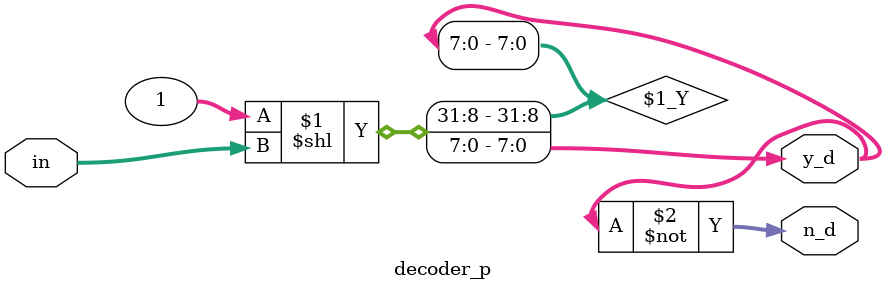
<source format=v>
module decoder_p (
    input  wire [2:0] in,   // Input a 3 bit
    output wire [7:0] y_d, n_d   // Output a 8 bit (one-hot)
);

    assign y_d = 1 << in;   // Shift left per selezionare la riga
    assign n_d = ~y_d;
endmodule


</source>
